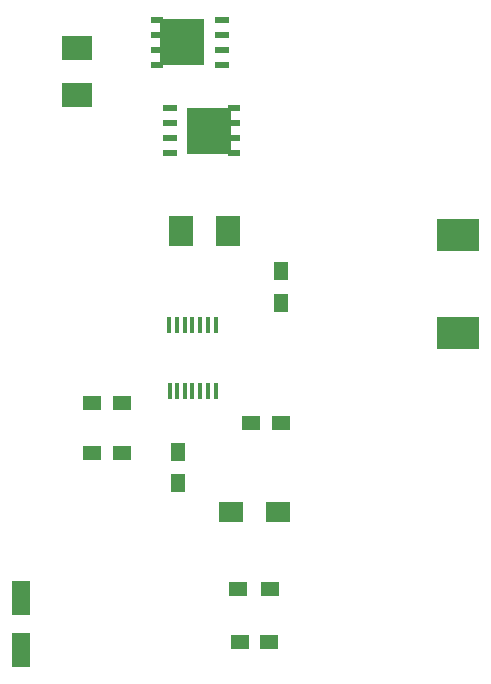
<source format=gbr>
G04 #@! TF.GenerationSoftware,KiCad,Pcbnew,(5.0.0)*
G04 #@! TF.CreationDate,2018-12-18T17:12:43+00:00*
G04 #@! TF.ProjectId,lm3150,6C6D333135302E6B696361645F706362,rev?*
G04 #@! TF.SameCoordinates,Original*
G04 #@! TF.FileFunction,Paste,Top*
G04 #@! TF.FilePolarity,Positive*
%FSLAX46Y46*%
G04 Gerber Fmt 4.6, Leading zero omitted, Abs format (unit mm)*
G04 Created by KiCad (PCBNEW (5.0.0)) date 12/18/18 17:12:43*
%MOMM*%
%LPD*%
G01*
G04 APERTURE LIST*
%ADD10R,2.500000X2.000000*%
%ADD11R,1.500000X1.250000*%
%ADD12R,2.000000X2.500000*%
%ADD13R,1.600000X3.000000*%
%ADD14R,3.600000X2.700000*%
%ADD15R,1.270000X0.610000*%
%ADD16R,1.020000X0.610000*%
%ADD17R,3.810000X3.910000*%
%ADD18R,1.300000X1.500000*%
%ADD19R,1.500000X1.300000*%
%ADD20R,2.000000X1.700000*%
%ADD21R,0.431800X1.397000*%
G04 APERTURE END LIST*
D10*
G04 #@! TO.C,C1*
X117750000Y-43000000D03*
X117750000Y-47000000D03*
G04 #@! TD*
D11*
G04 #@! TO.C,C2*
X121500000Y-77250000D03*
X119000000Y-77250000D03*
G04 #@! TD*
G04 #@! TO.C,C3*
X132500000Y-74750000D03*
X135000000Y-74750000D03*
G04 #@! TD*
G04 #@! TO.C,C4*
X119000000Y-73000000D03*
X121500000Y-73000000D03*
G04 #@! TD*
D12*
G04 #@! TO.C,C5*
X126500000Y-58500000D03*
X130500000Y-58500000D03*
G04 #@! TD*
D11*
G04 #@! TO.C,C6*
X134000000Y-93250000D03*
X131500000Y-93250000D03*
G04 #@! TD*
D13*
G04 #@! TO.C,C7*
X113000000Y-89550000D03*
X113000000Y-93950000D03*
G04 #@! TD*
D14*
G04 #@! TO.C,L1*
X150000000Y-67150000D03*
X150000000Y-58850000D03*
G04 #@! TD*
D15*
G04 #@! TO.C,Q1*
X129980000Y-44405000D03*
X129980000Y-43135000D03*
X129980000Y-41865000D03*
X129980000Y-40595000D03*
D16*
X124515000Y-40595000D03*
X124515000Y-41865000D03*
X124515000Y-43135000D03*
X124515000Y-44405000D03*
D17*
X126620000Y-42500000D03*
G04 #@! TD*
G04 #@! TO.C,Q2*
X128940000Y-50000000D03*
D16*
X131045000Y-48095000D03*
X131045000Y-49365000D03*
X131045000Y-50635000D03*
X131045000Y-51905000D03*
D15*
X125580000Y-51905000D03*
X125580000Y-50635000D03*
X125580000Y-49365000D03*
X125580000Y-48095000D03*
G04 #@! TD*
D18*
G04 #@! TO.C,R1*
X126250000Y-79850000D03*
X126250000Y-77150000D03*
G04 #@! TD*
G04 #@! TO.C,R2*
X135000000Y-64600000D03*
X135000000Y-61900000D03*
G04 #@! TD*
D19*
G04 #@! TO.C,R3*
X131400000Y-88750000D03*
X134100000Y-88750000D03*
G04 #@! TD*
D20*
G04 #@! TO.C,R4*
X134750000Y-82250000D03*
X130750000Y-82250000D03*
G04 #@! TD*
D21*
G04 #@! TO.C,U1*
X125556900Y-66456000D03*
X126204600Y-66456000D03*
X126852300Y-66456000D03*
X127500000Y-66456000D03*
X128160400Y-66456000D03*
X128808100Y-66456000D03*
X129455800Y-66456000D03*
X129455800Y-72044000D03*
X128808100Y-72044000D03*
X128160400Y-72044000D03*
X127500000Y-72044000D03*
X126865000Y-72044000D03*
X126204600Y-72044000D03*
X125569600Y-72044000D03*
G04 #@! TD*
M02*

</source>
